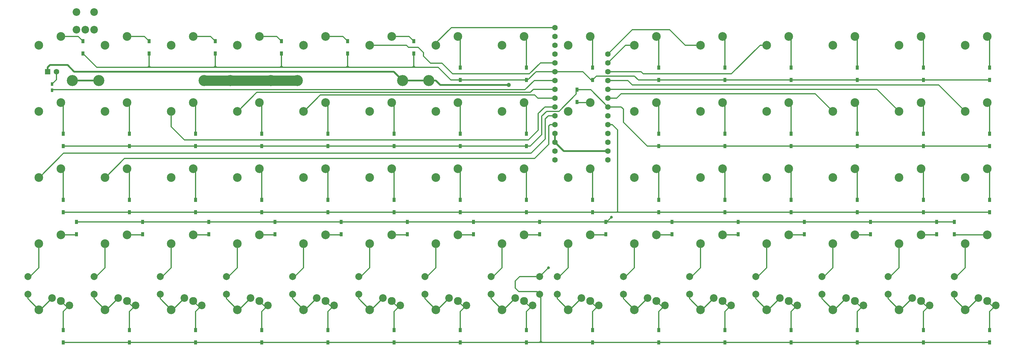
<source format=gbl>
G04 #@! TF.FileFunction,Copper,L2,Bot,Signal*
%FSLAX46Y46*%
G04 Gerber Fmt 4.6, Leading zero omitted, Abs format (unit mm)*
G04 Created by KiCad (PCBNEW 4.0.7) date 04/13/18 19:54:45*
%MOMM*%
%LPD*%
G01*
G04 APERTURE LIST*
%ADD10C,0.100000*%
%ADD11R,0.800000X1.000000*%
%ADD12C,2.000000*%
%ADD13C,2.200000*%
%ADD14C,2.500000*%
%ADD15R,1.600000X1.600000*%
%ADD16C,1.600000*%
%ADD17C,3.200000*%
%ADD18R,0.950000X1.300000*%
%ADD19C,2.300000*%
%ADD20C,1.200000*%
%ADD21C,0.800000*%
%ADD22C,0.500000*%
%ADD23C,3.000000*%
%ADD24C,0.300000*%
G04 APERTURE END LIST*
D10*
D11*
X76200000Y-104510000D03*
X76200000Y-106310000D03*
D12*
X69215000Y-160020000D03*
X69215000Y-165100000D03*
X145415000Y-160020000D03*
X145415000Y-165100000D03*
X240665000Y-160020000D03*
X240665000Y-165100000D03*
X335915000Y-160020000D03*
X335915000Y-165100000D03*
X216535000Y-160020000D03*
X216535000Y-165100000D03*
X88265000Y-160020000D03*
X88265000Y-165100000D03*
X107315000Y-160020000D03*
X107315000Y-165100000D03*
X126365000Y-160020000D03*
X126365000Y-165100000D03*
X164465000Y-160020000D03*
X164465000Y-165100000D03*
X183515000Y-160020000D03*
X183515000Y-165100000D03*
X202565000Y-160020000D03*
X202565000Y-165100000D03*
X221615000Y-160020000D03*
X221615000Y-165100000D03*
X259715000Y-160020000D03*
X259715000Y-165100000D03*
X278765000Y-160020000D03*
X278765000Y-165100000D03*
X297815000Y-160020000D03*
X297815000Y-165100000D03*
X316865000Y-160020000D03*
X316865000Y-165100000D03*
D13*
X85725000Y-88900000D03*
X88265000Y-88900000D03*
X83185000Y-88900000D03*
X88265000Y-83820000D03*
X83185000Y-83820000D03*
D14*
X345440000Y-128905000D03*
X339090000Y-131445000D03*
X326390000Y-109855000D03*
X320040000Y-112395000D03*
X231140000Y-128905000D03*
X224790000Y-131445000D03*
X231140000Y-90805000D03*
X224790000Y-93345000D03*
X97790000Y-147955000D03*
X91440000Y-150495000D03*
X173990000Y-147955000D03*
X167640000Y-150495000D03*
X326390000Y-147955000D03*
X320040000Y-150495000D03*
X345440000Y-147955000D03*
X339090000Y-150495000D03*
X78740000Y-109855000D03*
X72390000Y-112395000D03*
X78740000Y-128905000D03*
X72390000Y-131445000D03*
X78740000Y-147955000D03*
X72390000Y-150495000D03*
X97790000Y-90805000D03*
X91440000Y-93345000D03*
X97790000Y-109855000D03*
X91440000Y-112395000D03*
X97790000Y-128905000D03*
X91440000Y-131445000D03*
X116840000Y-90805000D03*
X110490000Y-93345000D03*
X116840000Y-109855000D03*
X110490000Y-112395000D03*
X116840000Y-128905000D03*
X110490000Y-131445000D03*
X116840000Y-147955000D03*
X110490000Y-150495000D03*
X135890000Y-90805000D03*
X129540000Y-93345000D03*
X135890000Y-128905000D03*
X129540000Y-131445000D03*
X135890000Y-147955000D03*
X129540000Y-150495000D03*
X154940000Y-90805000D03*
X148590000Y-93345000D03*
X154940000Y-128905000D03*
X148590000Y-131445000D03*
X154940000Y-147955000D03*
X148590000Y-150495000D03*
X173990000Y-128905000D03*
X167640000Y-131445000D03*
X193040000Y-109855000D03*
X186690000Y-112395000D03*
X193040000Y-128905000D03*
X186690000Y-131445000D03*
X193040000Y-147955000D03*
X186690000Y-150495000D03*
X212090000Y-109855000D03*
X205740000Y-112395000D03*
X212090000Y-128905000D03*
X205740000Y-131445000D03*
X212090000Y-147955000D03*
X205740000Y-150495000D03*
X231140000Y-147955000D03*
X224790000Y-150495000D03*
X250190000Y-90805000D03*
X243840000Y-93345000D03*
X250190000Y-109855000D03*
X243840000Y-112395000D03*
X250190000Y-128905000D03*
X243840000Y-131445000D03*
X250190000Y-147955000D03*
X243840000Y-150495000D03*
X269240000Y-90805000D03*
X262890000Y-93345000D03*
X269240000Y-109855000D03*
X262890000Y-112395000D03*
X269240000Y-128905000D03*
X262890000Y-131445000D03*
X269240000Y-147955000D03*
X262890000Y-150495000D03*
X288290000Y-90805000D03*
X281940000Y-93345000D03*
X288290000Y-109855000D03*
X281940000Y-112395000D03*
X288290000Y-128905000D03*
X281940000Y-131445000D03*
X288290000Y-147955000D03*
X281940000Y-150495000D03*
X307340000Y-90805000D03*
X300990000Y-93345000D03*
X307340000Y-109855000D03*
X300990000Y-112395000D03*
X307340000Y-128905000D03*
X300990000Y-131445000D03*
X307340000Y-147955000D03*
X300990000Y-150495000D03*
X326390000Y-90805000D03*
X320040000Y-93345000D03*
X326390000Y-128905000D03*
X320040000Y-131445000D03*
X345440000Y-90805000D03*
X339090000Y-93345000D03*
X345440000Y-109855000D03*
X339090000Y-112395000D03*
X231140000Y-109855000D03*
X224790000Y-112395000D03*
X193040000Y-90805000D03*
X186690000Y-93345000D03*
X212090000Y-90805000D03*
X205740000Y-93345000D03*
X135890000Y-109855000D03*
X129540000Y-112395000D03*
X173990000Y-109855000D03*
X167640000Y-112395000D03*
X173990000Y-90805000D03*
X167640000Y-93345000D03*
X154940000Y-109855000D03*
X148590000Y-112395000D03*
X78740000Y-90805000D03*
X72390000Y-93345000D03*
D15*
X74930000Y-100965000D03*
D16*
X77470000Y-100965000D03*
D17*
X139175000Y-103505000D03*
X146775000Y-103505000D03*
X184675000Y-103505000D03*
X177075000Y-103505000D03*
X82025000Y-103505000D03*
X89625000Y-103505000D03*
X127525000Y-103505000D03*
X119925000Y-103505000D03*
D16*
X236220000Y-95885000D03*
X236220000Y-98425000D03*
X236220000Y-100965000D03*
X236220000Y-103505000D03*
X236220000Y-106045000D03*
X236220000Y-108585000D03*
X236220000Y-111125000D03*
X236220000Y-113665000D03*
X236220000Y-116205000D03*
X236220000Y-118745000D03*
X236220000Y-121285000D03*
X236220000Y-123825000D03*
X236220000Y-126365000D03*
X220980000Y-126365000D03*
X220980000Y-123825000D03*
X220980000Y-121285000D03*
X220980000Y-118745000D03*
X220980000Y-116205000D03*
X220980000Y-113665000D03*
X220980000Y-111125000D03*
X220980000Y-108585000D03*
X220980000Y-106045000D03*
X220980000Y-103505000D03*
X220980000Y-100965000D03*
X220980000Y-98425000D03*
X220980000Y-95885000D03*
X220980000Y-93345000D03*
X220980000Y-90805000D03*
X220980000Y-88265000D03*
D18*
X346075000Y-178940000D03*
X346075000Y-175390000D03*
X335915000Y-144275000D03*
X335915000Y-147825000D03*
X346075000Y-141475000D03*
X346075000Y-137925000D03*
X346075000Y-122425000D03*
X346075000Y-118875000D03*
X346075000Y-103375000D03*
X346075000Y-99825000D03*
X327025000Y-178940000D03*
X327025000Y-175390000D03*
X330835000Y-144275000D03*
X330835000Y-147825000D03*
X327025000Y-141475000D03*
X327025000Y-137925000D03*
X327025000Y-122425000D03*
X327025000Y-118875000D03*
X327025000Y-103375000D03*
X327025000Y-99825000D03*
X307975000Y-178940000D03*
X307975000Y-175390000D03*
X311785000Y-144275000D03*
X311785000Y-147825000D03*
X307975000Y-141475000D03*
X307975000Y-137925000D03*
X307975000Y-122425000D03*
X307975000Y-118875000D03*
X307975000Y-103375000D03*
X307975000Y-99825000D03*
X288925000Y-178940000D03*
X288925000Y-175390000D03*
X292735000Y-144275000D03*
X292735000Y-147825000D03*
X288925000Y-141475000D03*
X288925000Y-137925000D03*
X288925000Y-122425000D03*
X288925000Y-118875000D03*
X288925000Y-103375000D03*
X288925000Y-99825000D03*
X269875000Y-178940000D03*
X269875000Y-175390000D03*
X273685000Y-144275000D03*
X273685000Y-147825000D03*
X269875000Y-141475000D03*
X269875000Y-137925000D03*
X269875000Y-122425000D03*
X269875000Y-118875000D03*
X269875000Y-103375000D03*
X269875000Y-99825000D03*
X250825000Y-178940000D03*
X250825000Y-175390000D03*
X254635000Y-144275000D03*
X254635000Y-147825000D03*
X250825000Y-141475000D03*
X250825000Y-137925000D03*
X250825000Y-122425000D03*
X250825000Y-118875000D03*
X250825000Y-103375000D03*
X250825000Y-99825000D03*
X231775000Y-178940000D03*
X231775000Y-175390000D03*
X235585000Y-144275000D03*
X235585000Y-147825000D03*
X231775000Y-141475000D03*
X231775000Y-137925000D03*
X231775000Y-103375000D03*
X231775000Y-99825000D03*
X212725000Y-178940000D03*
X212725000Y-175390000D03*
X216535000Y-144275000D03*
X216535000Y-147825000D03*
X212725000Y-141475000D03*
X212725000Y-137925000D03*
X212725000Y-122425000D03*
X212725000Y-118875000D03*
X212725000Y-103375000D03*
X212725000Y-99825000D03*
X193675000Y-178940000D03*
X193675000Y-175390000D03*
X197485000Y-144275000D03*
X197485000Y-147825000D03*
X193675000Y-141475000D03*
X193675000Y-137925000D03*
X193675000Y-122425000D03*
X193675000Y-118875000D03*
X193675000Y-103375000D03*
X193675000Y-99825000D03*
X174625000Y-178940000D03*
X174625000Y-175390000D03*
X178435000Y-144275000D03*
X178435000Y-147825000D03*
X174625000Y-141475000D03*
X174625000Y-137925000D03*
X174625000Y-122425000D03*
X174625000Y-118875000D03*
X180340000Y-95755000D03*
X180340000Y-92205000D03*
X155575000Y-178940000D03*
X155575000Y-175390000D03*
X159385000Y-144275000D03*
X159385000Y-147825000D03*
X155575000Y-141475000D03*
X155575000Y-137925000D03*
X155575000Y-122425000D03*
X155575000Y-118875000D03*
X161290000Y-95755000D03*
X161290000Y-92205000D03*
X136525000Y-178940000D03*
X136525000Y-175390000D03*
X140335000Y-144275000D03*
X140335000Y-147825000D03*
X136525000Y-141475000D03*
X136525000Y-137925000D03*
X136525000Y-122425000D03*
X136525000Y-118875000D03*
X142240000Y-95755000D03*
X142240000Y-92205000D03*
X117475000Y-178940000D03*
X117475000Y-175390000D03*
X121285000Y-144275000D03*
X121285000Y-147825000D03*
X117475000Y-141475000D03*
X117475000Y-137925000D03*
X117475000Y-122425000D03*
X117475000Y-118875000D03*
X123190000Y-95755000D03*
X123190000Y-92205000D03*
X98425000Y-178940000D03*
X98425000Y-175390000D03*
X102235000Y-144275000D03*
X102235000Y-147825000D03*
X98425000Y-141475000D03*
X98425000Y-137925000D03*
X98425000Y-122425000D03*
X98425000Y-118875000D03*
X104140000Y-95755000D03*
X104140000Y-92205000D03*
X79375000Y-178940000D03*
X79375000Y-175390000D03*
X83185000Y-144275000D03*
X83185000Y-147825000D03*
X79375000Y-141475000D03*
X79375000Y-137925000D03*
X79375000Y-122425000D03*
X79375000Y-118875000D03*
X85090000Y-95755000D03*
X85090000Y-92205000D03*
X227330000Y-106175000D03*
X227330000Y-109725000D03*
D19*
X212090000Y-167005000D03*
D14*
X205740000Y-169545000D03*
D13*
X209550000Y-166185000D03*
X214550000Y-168285000D03*
D19*
X78740000Y-167005000D03*
D14*
X72390000Y-169545000D03*
D13*
X76200000Y-166185000D03*
X81200000Y-168285000D03*
D19*
X326390000Y-167005000D03*
D14*
X320040000Y-169545000D03*
D13*
X323850000Y-166185000D03*
X328850000Y-168285000D03*
D19*
X307340000Y-167005000D03*
D14*
X300990000Y-169545000D03*
D13*
X304800000Y-166185000D03*
X309800000Y-168285000D03*
D19*
X269240000Y-167005000D03*
D14*
X262890000Y-169545000D03*
D13*
X266700000Y-166185000D03*
X271700000Y-168285000D03*
D19*
X231140000Y-167005000D03*
D14*
X224790000Y-169545000D03*
D13*
X228600000Y-166185000D03*
X233600000Y-168285000D03*
D19*
X193040000Y-167005000D03*
D14*
X186690000Y-169545000D03*
D13*
X190500000Y-166185000D03*
X195500000Y-168285000D03*
D19*
X173990000Y-167005000D03*
D14*
X167640000Y-169545000D03*
D13*
X171450000Y-166185000D03*
X176450000Y-168285000D03*
D19*
X154940000Y-167005000D03*
D14*
X148590000Y-169545000D03*
D13*
X152400000Y-166185000D03*
X157400000Y-168285000D03*
D19*
X135890000Y-167005000D03*
D14*
X129540000Y-169545000D03*
D13*
X133350000Y-166185000D03*
X138350000Y-168285000D03*
D19*
X116840000Y-167005000D03*
D14*
X110490000Y-169545000D03*
D13*
X114300000Y-166185000D03*
X119300000Y-168285000D03*
D19*
X97790000Y-167005000D03*
D14*
X91440000Y-169545000D03*
D13*
X95250000Y-166185000D03*
X100250000Y-168285000D03*
D19*
X345440000Y-167005000D03*
D14*
X339090000Y-169545000D03*
D13*
X342900000Y-166185000D03*
X347900000Y-168285000D03*
D19*
X250190000Y-167005000D03*
D14*
X243840000Y-169545000D03*
D13*
X247650000Y-166185000D03*
X252650000Y-168285000D03*
D19*
X288290000Y-167005000D03*
D14*
X281940000Y-169545000D03*
D13*
X285750000Y-166185000D03*
X290750000Y-168285000D03*
D20*
X207645000Y-104775000D03*
D21*
X237236000Y-142875000D03*
X219075000Y-157480000D03*
D22*
X89625000Y-103505000D02*
X82025000Y-103505000D01*
D23*
X146775000Y-103505000D02*
X139175000Y-103505000D01*
X119925000Y-103505000D02*
X127525000Y-103505000D01*
X139175000Y-103505000D02*
X127525000Y-103505000D01*
D22*
X74930000Y-100965000D02*
X74930000Y-99695000D01*
X174535000Y-100965000D02*
X177075000Y-103505000D01*
X82550000Y-100965000D02*
X174535000Y-100965000D01*
X80645000Y-99060000D02*
X82550000Y-100965000D01*
X75565000Y-99060000D02*
X80645000Y-99060000D01*
X74930000Y-99695000D02*
X75565000Y-99060000D01*
X186690000Y-103505000D02*
X184675000Y-103505000D01*
X187960000Y-104775000D02*
X186690000Y-103505000D01*
X207645000Y-104775000D02*
X187960000Y-104775000D01*
X220980000Y-121285000D02*
X220980000Y-118745000D01*
X236220000Y-123825000D02*
X223520000Y-123825000D01*
X223520000Y-123825000D02*
X220980000Y-121285000D01*
X184675000Y-103505000D02*
X177075000Y-103505000D01*
D24*
X104648000Y-99695000D02*
X104140000Y-99695000D01*
X122682000Y-99695000D02*
X104648000Y-99695000D01*
X104521000Y-99695000D02*
X104140000Y-99314000D01*
X104648000Y-99695000D02*
X104521000Y-99695000D01*
X103632000Y-99695000D02*
X89030000Y-99695000D01*
X104140000Y-99695000D02*
X103632000Y-99695000D01*
X104140000Y-95755000D02*
X104140000Y-99314000D01*
X103632000Y-99695000D02*
X103759000Y-99695000D01*
X104140000Y-99314000D02*
X104140000Y-99695000D01*
X103759000Y-99695000D02*
X104140000Y-99314000D01*
X123698000Y-99695000D02*
X123190000Y-99695000D01*
X123571000Y-99695000D02*
X123190000Y-99314000D01*
X141732000Y-99695000D02*
X123698000Y-99695000D01*
X123698000Y-99695000D02*
X123571000Y-99695000D01*
X123190000Y-99695000D02*
X122682000Y-99695000D01*
X123190000Y-95755000D02*
X123190000Y-99314000D01*
X123190000Y-99314000D02*
X123190000Y-99695000D01*
X122682000Y-99695000D02*
X122809000Y-99695000D01*
X122809000Y-99695000D02*
X123190000Y-99314000D01*
X142748000Y-99695000D02*
X142240000Y-99695000D01*
X160782000Y-99695000D02*
X142748000Y-99695000D01*
X142748000Y-99695000D02*
X142621000Y-99695000D01*
X142621000Y-99695000D02*
X142240000Y-99314000D01*
X142240000Y-99695000D02*
X141732000Y-99695000D01*
X142240000Y-95755000D02*
X142240000Y-99314000D01*
X142240000Y-99314000D02*
X142240000Y-99695000D01*
X141732000Y-99695000D02*
X141859000Y-99695000D01*
X141859000Y-99695000D02*
X142240000Y-99314000D01*
X161798000Y-99695000D02*
X161290000Y-99695000D01*
X179832000Y-99695000D02*
X161798000Y-99695000D01*
X161798000Y-99695000D02*
X161671000Y-99695000D01*
X161671000Y-99695000D02*
X161290000Y-99314000D01*
X161290000Y-95755000D02*
X161290000Y-99314000D01*
X161290000Y-99695000D02*
X160782000Y-99695000D01*
X161290000Y-99314000D02*
X161290000Y-99695000D01*
X160782000Y-99695000D02*
X160909000Y-99695000D01*
X160909000Y-99695000D02*
X161290000Y-99314000D01*
X180848000Y-99695000D02*
X180340000Y-99695000D01*
X187325000Y-99695000D02*
X180848000Y-99695000D01*
X180848000Y-99695000D02*
X180721000Y-99695000D01*
X180721000Y-99695000D02*
X180340000Y-99314000D01*
X180340000Y-99695000D02*
X179832000Y-99695000D01*
X180340000Y-99314000D02*
X180340000Y-99695000D01*
X180340000Y-95755000D02*
X180340000Y-99314000D01*
X179832000Y-99695000D02*
X179959000Y-99695000D01*
X179959000Y-99695000D02*
X180340000Y-99314000D01*
X220980000Y-100965000D02*
X215519000Y-100965000D01*
X215519000Y-100965000D02*
X213109000Y-103375000D01*
X213109000Y-103375000D02*
X212725000Y-103375000D01*
X231775000Y-103375000D02*
X231391000Y-103375000D01*
X231391000Y-103375000D02*
X228981000Y-100965000D01*
X228981000Y-100965000D02*
X220980000Y-100965000D01*
X250825000Y-103375000D02*
X244980000Y-103375000D01*
X232915000Y-102235000D02*
X231775000Y-103375000D01*
X243840000Y-102235000D02*
X232915000Y-102235000D01*
X244980000Y-103375000D02*
X243840000Y-102235000D01*
X193675000Y-103375000D02*
X191005000Y-103375000D01*
X89030000Y-99695000D02*
X85090000Y-95755000D01*
X191005000Y-103375000D02*
X187325000Y-99695000D01*
X212725000Y-103375000D02*
X193675000Y-103375000D01*
X269875000Y-103375000D02*
X250825000Y-103375000D01*
X288925000Y-103375000D02*
X269875000Y-103375000D01*
X307975000Y-103375000D02*
X288925000Y-103375000D01*
X327025000Y-103375000D02*
X307975000Y-103375000D01*
X346075000Y-103375000D02*
X327025000Y-103375000D01*
X78740000Y-90805000D02*
X83690000Y-90805000D01*
X83690000Y-90805000D02*
X85090000Y-92205000D01*
X222123000Y-112395000D02*
X227076000Y-107442000D01*
X217170000Y-119126000D02*
X213871000Y-122425000D01*
X218567000Y-112395000D02*
X217170000Y-113792000D01*
X212725000Y-122425000D02*
X213871000Y-122425000D01*
X222123000Y-112395000D02*
X218567000Y-112395000D01*
X217170000Y-113792000D02*
X217170000Y-119126000D01*
X227076000Y-107442000D02*
X227076000Y-106429000D01*
X227076000Y-106429000D02*
X227330000Y-106175000D01*
X227330000Y-106175000D02*
X231270000Y-106175000D01*
X231270000Y-106175000D02*
X236220000Y-111125000D01*
X250825000Y-122425000D02*
X247520000Y-122425000D01*
X240030000Y-111125000D02*
X236220000Y-111125000D01*
X240665000Y-111760000D02*
X240030000Y-111125000D01*
X240665000Y-115570000D02*
X240665000Y-111760000D01*
X247520000Y-122425000D02*
X240665000Y-115570000D01*
X193675000Y-122425000D02*
X212725000Y-122425000D01*
X174625000Y-122425000D02*
X193675000Y-122425000D01*
X155575000Y-122425000D02*
X174625000Y-122425000D01*
X136525000Y-122425000D02*
X155575000Y-122425000D01*
X117475000Y-122425000D02*
X136525000Y-122425000D01*
X98425000Y-122425000D02*
X117475000Y-122425000D01*
X79375000Y-122425000D02*
X98425000Y-122425000D01*
X269875000Y-122425000D02*
X250825000Y-122425000D01*
X288925000Y-122425000D02*
X269875000Y-122425000D01*
X307975000Y-122425000D02*
X288925000Y-122425000D01*
X327025000Y-122425000D02*
X307975000Y-122425000D01*
X346075000Y-122425000D02*
X327025000Y-122425000D01*
X79375000Y-118875000D02*
X79375000Y-110490000D01*
X79375000Y-110490000D02*
X78740000Y-109855000D01*
X239522000Y-141475000D02*
X239014000Y-141475000D01*
X250825000Y-141475000D02*
X239522000Y-141475000D01*
X239522000Y-141475000D02*
X239265000Y-141475000D01*
X239265000Y-141475000D02*
X239014000Y-141224000D01*
X238760000Y-141475000D02*
X231775000Y-141475000D01*
X239014000Y-141475000D02*
X238760000Y-141475000D01*
X239014000Y-117729000D02*
X239014000Y-141224000D01*
X239014000Y-141224000D02*
X239014000Y-141475000D01*
X238760000Y-141475000D02*
X238763000Y-141475000D01*
X238763000Y-141475000D02*
X239014000Y-141224000D01*
X236220000Y-116205000D02*
X237490000Y-116205000D01*
X237490000Y-116205000D02*
X239014000Y-117729000D01*
X231775000Y-141475000D02*
X212725000Y-141475000D01*
X193675000Y-141475000D02*
X212725000Y-141475000D01*
X174625000Y-141475000D02*
X193675000Y-141475000D01*
X155575000Y-141475000D02*
X174625000Y-141475000D01*
X136525000Y-141475000D02*
X155575000Y-141475000D01*
X117475000Y-141475000D02*
X136525000Y-141475000D01*
X98425000Y-141475000D02*
X117475000Y-141475000D01*
X79375000Y-141475000D02*
X98425000Y-141475000D01*
X269875000Y-141475000D02*
X250825000Y-141475000D01*
X288925000Y-141475000D02*
X269875000Y-141475000D01*
X307975000Y-141475000D02*
X288925000Y-141475000D01*
X327025000Y-141475000D02*
X307975000Y-141475000D01*
X346075000Y-141475000D02*
X327025000Y-141475000D01*
X79375000Y-137925000D02*
X79375000Y-129540000D01*
X79375000Y-129540000D02*
X78740000Y-128905000D01*
X235836000Y-144275000D02*
X235585000Y-144275000D01*
X237236000Y-142875000D02*
X235836000Y-144275000D01*
X235585000Y-144275000D02*
X216535000Y-144275000D01*
X254635000Y-144275000D02*
X235585000Y-144275000D01*
X197485000Y-144275000D02*
X216535000Y-144275000D01*
X178435000Y-144275000D02*
X197485000Y-144275000D01*
X159385000Y-144275000D02*
X178435000Y-144275000D01*
X140335000Y-144275000D02*
X159385000Y-144275000D01*
X121285000Y-144275000D02*
X140335000Y-144275000D01*
X102235000Y-144275000D02*
X121285000Y-144275000D01*
X83185000Y-144275000D02*
X102235000Y-144275000D01*
X273685000Y-144275000D02*
X254635000Y-144275000D01*
X292735000Y-144275000D02*
X273685000Y-144275000D01*
X311785000Y-144275000D02*
X292735000Y-144275000D01*
X330835000Y-144275000D02*
X311785000Y-144275000D01*
X335915000Y-144275000D02*
X330835000Y-144275000D01*
X78740000Y-147955000D02*
X83055000Y-147955000D01*
X83055000Y-147955000D02*
X83185000Y-147825000D01*
X216535000Y-160020000D02*
X210820000Y-160020000D01*
X215773000Y-164338000D02*
X216535000Y-165100000D01*
X210566000Y-164338000D02*
X215773000Y-164338000D01*
X209550000Y-163322000D02*
X210566000Y-164338000D01*
X209550000Y-161290000D02*
X209550000Y-163322000D01*
X210820000Y-160020000D02*
X209550000Y-161290000D01*
X216535000Y-160020000D02*
X219075000Y-157480000D01*
X216916000Y-178562000D02*
X217294000Y-178940000D01*
X216916000Y-178562000D02*
X216538000Y-178940000D01*
X216535000Y-165100000D02*
X216535000Y-165735000D01*
X216535000Y-165735000D02*
X216916000Y-166116000D01*
X216916000Y-166116000D02*
X216916000Y-178562000D01*
X216916000Y-178562000D02*
X216916000Y-178940000D01*
X231775000Y-178940000D02*
X217294000Y-178940000D01*
X217294000Y-178940000D02*
X216916000Y-178940000D01*
X216916000Y-178940000D02*
X216538000Y-178940000D01*
X216538000Y-178940000D02*
X212725000Y-178940000D01*
X193675000Y-178940000D02*
X212725000Y-178940000D01*
X174625000Y-178940000D02*
X193675000Y-178940000D01*
X155575000Y-178940000D02*
X174625000Y-178940000D01*
X136525000Y-178940000D02*
X155575000Y-178940000D01*
X117475000Y-178940000D02*
X136525000Y-178940000D01*
X98425000Y-178940000D02*
X117475000Y-178940000D01*
X79375000Y-178940000D02*
X98425000Y-178940000D01*
X250825000Y-178940000D02*
X231775000Y-178940000D01*
X269875000Y-178940000D02*
X250825000Y-178940000D01*
X288925000Y-178940000D02*
X269875000Y-178940000D01*
X307975000Y-178940000D02*
X288925000Y-178940000D01*
X327025000Y-178940000D02*
X307975000Y-178940000D01*
X346075000Y-178940000D02*
X327025000Y-178940000D01*
X81200000Y-168285000D02*
X80020000Y-168285000D01*
X80020000Y-168285000D02*
X78740000Y-167005000D01*
X79375000Y-175390000D02*
X79375000Y-170110000D01*
X79375000Y-170110000D02*
X81200000Y-168285000D01*
X97790000Y-90805000D02*
X102740000Y-90805000D01*
X102740000Y-90805000D02*
X104140000Y-92205000D01*
X98425000Y-118875000D02*
X98425000Y-110490000D01*
X98425000Y-110490000D02*
X97790000Y-109855000D01*
X98425000Y-137925000D02*
X98425000Y-129540000D01*
X98425000Y-129540000D02*
X97790000Y-128905000D01*
X97790000Y-147955000D02*
X102105000Y-147955000D01*
X102105000Y-147955000D02*
X102235000Y-147825000D01*
X100250000Y-168285000D02*
X99070000Y-168285000D01*
X99070000Y-168285000D02*
X97790000Y-167005000D01*
X98425000Y-175390000D02*
X98425000Y-170110000D01*
X98425000Y-170110000D02*
X100250000Y-168285000D01*
X116840000Y-90805000D02*
X121790000Y-90805000D01*
X121790000Y-90805000D02*
X123190000Y-92205000D01*
X117475000Y-118875000D02*
X117475000Y-110490000D01*
X117475000Y-110490000D02*
X116840000Y-109855000D01*
X117475000Y-137925000D02*
X117475000Y-129540000D01*
X117475000Y-129540000D02*
X116840000Y-128905000D01*
X116840000Y-147955000D02*
X121155000Y-147955000D01*
X121155000Y-147955000D02*
X121285000Y-147825000D01*
X119300000Y-168285000D02*
X118120000Y-168285000D01*
X118120000Y-168285000D02*
X116840000Y-167005000D01*
X117475000Y-175390000D02*
X117475000Y-170110000D01*
X117475000Y-170110000D02*
X119300000Y-168285000D01*
X135890000Y-90805000D02*
X140840000Y-90805000D01*
X140840000Y-90805000D02*
X142240000Y-92205000D01*
X136525000Y-118875000D02*
X136525000Y-110490000D01*
X136525000Y-110490000D02*
X135890000Y-109855000D01*
X136525000Y-137925000D02*
X136525000Y-129540000D01*
X136525000Y-129540000D02*
X135890000Y-128905000D01*
X135890000Y-147955000D02*
X140205000Y-147955000D01*
X140205000Y-147955000D02*
X140335000Y-147825000D01*
X138350000Y-168285000D02*
X137170000Y-168285000D01*
X137170000Y-168285000D02*
X135890000Y-167005000D01*
X136525000Y-175390000D02*
X136525000Y-170110000D01*
X136525000Y-170110000D02*
X138350000Y-168285000D01*
X154940000Y-90805000D02*
X159890000Y-90805000D01*
X159890000Y-90805000D02*
X161290000Y-92205000D01*
X155575000Y-118875000D02*
X155575000Y-110490000D01*
X155575000Y-110490000D02*
X154940000Y-109855000D01*
X155575000Y-137925000D02*
X155575000Y-129540000D01*
X155575000Y-129540000D02*
X154940000Y-128905000D01*
X154940000Y-147955000D02*
X159255000Y-147955000D01*
X159255000Y-147955000D02*
X159385000Y-147825000D01*
X157400000Y-168285000D02*
X156220000Y-168285000D01*
X156220000Y-168285000D02*
X154940000Y-167005000D01*
X155575000Y-175390000D02*
X155575000Y-170110000D01*
X155575000Y-170110000D02*
X157400000Y-168285000D01*
X173990000Y-90805000D02*
X178940000Y-90805000D01*
X178940000Y-90805000D02*
X180340000Y-92205000D01*
X174625000Y-118875000D02*
X174625000Y-110490000D01*
X174625000Y-110490000D02*
X173990000Y-109855000D01*
X174625000Y-137925000D02*
X174625000Y-129540000D01*
X174625000Y-129540000D02*
X173990000Y-128905000D01*
X173990000Y-147955000D02*
X178305000Y-147955000D01*
X178305000Y-147955000D02*
X178435000Y-147825000D01*
X176450000Y-168285000D02*
X175270000Y-168285000D01*
X175270000Y-168285000D02*
X173990000Y-167005000D01*
X174625000Y-175390000D02*
X174625000Y-170110000D01*
X174625000Y-170110000D02*
X176450000Y-168285000D01*
X193675000Y-99825000D02*
X193675000Y-91440000D01*
X193675000Y-91440000D02*
X193040000Y-90805000D01*
X193675000Y-118875000D02*
X193675000Y-110490000D01*
X193675000Y-110490000D02*
X193040000Y-109855000D01*
X193675000Y-137925000D02*
X193675000Y-129540000D01*
X193675000Y-129540000D02*
X193040000Y-128905000D01*
X193040000Y-147955000D02*
X197355000Y-147955000D01*
X197355000Y-147955000D02*
X197485000Y-147825000D01*
X195500000Y-168285000D02*
X194320000Y-168285000D01*
X194320000Y-168285000D02*
X193040000Y-167005000D01*
X193675000Y-175390000D02*
X193675000Y-170110000D01*
X193675000Y-170110000D02*
X195500000Y-168285000D01*
X212725000Y-99825000D02*
X212725000Y-91440000D01*
X212725000Y-91440000D02*
X212090000Y-90805000D01*
X212725000Y-118875000D02*
X212725000Y-110490000D01*
X212725000Y-110490000D02*
X212090000Y-109855000D01*
X212725000Y-137925000D02*
X212725000Y-129540000D01*
X212725000Y-129540000D02*
X212090000Y-128905000D01*
X212090000Y-147955000D02*
X216405000Y-147955000D01*
X216405000Y-147955000D02*
X216535000Y-147825000D01*
X214550000Y-168285000D02*
X213370000Y-168285000D01*
X213370000Y-168285000D02*
X212090000Y-167005000D01*
X212725000Y-175390000D02*
X212725000Y-170110000D01*
X212725000Y-170110000D02*
X214550000Y-168285000D01*
X231775000Y-99825000D02*
X231775000Y-91440000D01*
X231775000Y-91440000D02*
X231140000Y-90805000D01*
X231140000Y-109855000D02*
X227460000Y-109855000D01*
X227460000Y-109855000D02*
X227330000Y-109725000D01*
X231775000Y-137925000D02*
X231775000Y-129540000D01*
X231775000Y-129540000D02*
X231140000Y-128905000D01*
X231140000Y-147955000D02*
X235455000Y-147955000D01*
X235455000Y-147955000D02*
X235585000Y-147825000D01*
X233600000Y-168285000D02*
X232420000Y-168285000D01*
X232420000Y-168285000D02*
X231140000Y-167005000D01*
X231775000Y-175390000D02*
X231775000Y-170110000D01*
X231775000Y-170110000D02*
X233600000Y-168285000D01*
X250825000Y-99825000D02*
X250825000Y-91440000D01*
X250825000Y-91440000D02*
X250190000Y-90805000D01*
X250825000Y-118875000D02*
X250825000Y-110490000D01*
X250825000Y-110490000D02*
X250190000Y-109855000D01*
X250825000Y-137925000D02*
X250825000Y-129540000D01*
X250825000Y-129540000D02*
X250190000Y-128905000D01*
X250190000Y-147955000D02*
X254505000Y-147955000D01*
X254505000Y-147955000D02*
X254635000Y-147825000D01*
X252650000Y-168285000D02*
X251470000Y-168285000D01*
X251470000Y-168285000D02*
X250190000Y-167005000D01*
X250825000Y-175390000D02*
X250825000Y-170110000D01*
X250825000Y-170110000D02*
X252650000Y-168285000D01*
X269875000Y-99825000D02*
X269875000Y-91440000D01*
X269875000Y-91440000D02*
X269240000Y-90805000D01*
X269875000Y-118875000D02*
X269875000Y-110490000D01*
X269875000Y-110490000D02*
X269240000Y-109855000D01*
X269875000Y-137925000D02*
X269875000Y-129540000D01*
X269875000Y-129540000D02*
X269240000Y-128905000D01*
X269240000Y-147955000D02*
X273555000Y-147955000D01*
X273555000Y-147955000D02*
X273685000Y-147825000D01*
X271700000Y-168285000D02*
X270520000Y-168285000D01*
X270520000Y-168285000D02*
X269240000Y-167005000D01*
X269875000Y-175390000D02*
X269875000Y-170110000D01*
X269875000Y-170110000D02*
X271700000Y-168285000D01*
X288925000Y-99825000D02*
X288925000Y-91440000D01*
X288925000Y-91440000D02*
X288290000Y-90805000D01*
X288925000Y-118875000D02*
X288925000Y-110490000D01*
X288925000Y-110490000D02*
X288290000Y-109855000D01*
X288925000Y-137925000D02*
X288925000Y-129540000D01*
X288925000Y-129540000D02*
X288290000Y-128905000D01*
X288290000Y-147955000D02*
X292605000Y-147955000D01*
X292605000Y-147955000D02*
X292735000Y-147825000D01*
X290750000Y-168285000D02*
X289570000Y-168285000D01*
X289570000Y-168285000D02*
X288290000Y-167005000D01*
X288925000Y-175390000D02*
X288925000Y-170110000D01*
X288925000Y-170110000D02*
X290750000Y-168285000D01*
X307975000Y-99825000D02*
X307975000Y-91440000D01*
X307975000Y-91440000D02*
X307340000Y-90805000D01*
X307975000Y-118875000D02*
X307975000Y-110490000D01*
X307975000Y-110490000D02*
X307340000Y-109855000D01*
X307975000Y-137925000D02*
X307975000Y-129540000D01*
X307975000Y-129540000D02*
X307340000Y-128905000D01*
X307340000Y-147955000D02*
X311655000Y-147955000D01*
X311655000Y-147955000D02*
X311785000Y-147825000D01*
X309800000Y-168285000D02*
X308620000Y-168285000D01*
X308620000Y-168285000D02*
X307340000Y-167005000D01*
X307975000Y-175390000D02*
X307975000Y-170110000D01*
X307975000Y-170110000D02*
X309800000Y-168285000D01*
X327025000Y-99825000D02*
X327025000Y-91440000D01*
X327025000Y-91440000D02*
X326390000Y-90805000D01*
X327025000Y-118875000D02*
X327025000Y-110490000D01*
X327025000Y-110490000D02*
X326390000Y-109855000D01*
X327025000Y-137925000D02*
X327025000Y-129540000D01*
X327025000Y-129540000D02*
X326390000Y-128905000D01*
X326390000Y-147955000D02*
X330705000Y-147955000D01*
X330705000Y-147955000D02*
X330835000Y-147825000D01*
X328850000Y-168285000D02*
X327670000Y-168285000D01*
X327670000Y-168285000D02*
X326390000Y-167005000D01*
X327025000Y-175390000D02*
X327025000Y-170110000D01*
X327025000Y-170110000D02*
X328850000Y-168285000D01*
X346075000Y-99825000D02*
X346075000Y-91440000D01*
X346075000Y-91440000D02*
X345440000Y-90805000D01*
X346075000Y-118875000D02*
X346075000Y-110490000D01*
X346075000Y-110490000D02*
X345440000Y-109855000D01*
X346075000Y-137925000D02*
X346075000Y-129540000D01*
X346075000Y-129540000D02*
X345440000Y-128905000D01*
X345440000Y-147955000D02*
X336045000Y-147955000D01*
X336045000Y-147955000D02*
X335915000Y-147825000D01*
X347900000Y-168285000D02*
X346720000Y-168285000D01*
X346720000Y-168285000D02*
X345440000Y-167005000D01*
X346075000Y-175390000D02*
X346075000Y-170110000D01*
X346075000Y-170110000D02*
X347900000Y-168285000D01*
X69215000Y-165100000D02*
X69215000Y-166370000D01*
X69215000Y-166370000D02*
X72390000Y-169545000D01*
X72390000Y-169545000D02*
X72840000Y-169545000D01*
X72840000Y-169545000D02*
X76200000Y-166185000D01*
X72390000Y-131445000D02*
X72517000Y-131445000D01*
X72517000Y-131445000D02*
X79502000Y-124460000D01*
X79502000Y-124460000D02*
X214122000Y-124460000D01*
X219075000Y-113665000D02*
X220980000Y-113665000D01*
X214122000Y-124460000D02*
X218186000Y-120396000D01*
X218186000Y-120396000D02*
X218186000Y-114554000D01*
X218186000Y-114554000D02*
X219075000Y-113665000D01*
X69215000Y-160020000D02*
X69850000Y-160020000D01*
X69850000Y-160020000D02*
X72390000Y-157480000D01*
X72390000Y-157480000D02*
X72390000Y-150495000D01*
X88265000Y-165100000D02*
X88265000Y-166370000D01*
X88265000Y-166370000D02*
X91440000Y-169545000D01*
X91440000Y-169545000D02*
X91890000Y-169545000D01*
X91890000Y-169545000D02*
X95250000Y-166185000D01*
X91440000Y-131445000D02*
X91567000Y-131445000D01*
X91567000Y-131445000D02*
X97028000Y-125984000D01*
X97028000Y-125984000D02*
X215138000Y-125984000D01*
X215138000Y-125984000D02*
X219202000Y-121920000D01*
X219202000Y-121920000D02*
X219202000Y-116586000D01*
X219583000Y-116205000D02*
X220980000Y-116205000D01*
X219202000Y-116586000D02*
X219583000Y-116205000D01*
X88265000Y-160020000D02*
X88900000Y-160020000D01*
X88900000Y-160020000D02*
X91440000Y-157480000D01*
X91440000Y-157480000D02*
X91440000Y-150495000D01*
X107315000Y-165100000D02*
X107315000Y-166370000D01*
X107315000Y-166370000D02*
X110490000Y-169545000D01*
X110490000Y-169545000D02*
X110940000Y-169545000D01*
X110940000Y-169545000D02*
X114300000Y-166185000D01*
X110490000Y-112395000D02*
X110490000Y-116840000D01*
X110490000Y-116840000D02*
X114300000Y-120650000D01*
X114300000Y-120650000D02*
X213360000Y-120650000D01*
X213360000Y-120650000D02*
X216154000Y-117856000D01*
X216154000Y-117856000D02*
X216154000Y-113030000D01*
X216154000Y-113030000D02*
X218059000Y-111125000D01*
X218059000Y-111125000D02*
X220980000Y-111125000D01*
X107315000Y-160020000D02*
X107950000Y-160020000D01*
X107950000Y-160020000D02*
X110490000Y-157480000D01*
X110490000Y-157480000D02*
X110490000Y-150495000D01*
X126365000Y-165100000D02*
X126365000Y-166370000D01*
X126365000Y-166370000D02*
X129540000Y-169545000D01*
X129540000Y-169545000D02*
X129990000Y-169545000D01*
X129990000Y-169545000D02*
X133350000Y-166185000D01*
X129540000Y-112395000D02*
X129667000Y-112395000D01*
X129667000Y-112395000D02*
X135128000Y-106934000D01*
X135128000Y-106934000D02*
X213868000Y-106934000D01*
X213868000Y-106934000D02*
X214757000Y-106045000D01*
X214757000Y-106045000D02*
X220980000Y-106045000D01*
X126365000Y-160020000D02*
X127000000Y-160020000D01*
X127000000Y-160020000D02*
X129540000Y-157480000D01*
X129540000Y-157480000D02*
X129540000Y-150495000D01*
X145415000Y-165100000D02*
X145415000Y-166370000D01*
X145415000Y-166370000D02*
X148590000Y-169545000D01*
X148590000Y-169545000D02*
X149040000Y-169545000D01*
X149040000Y-169545000D02*
X152400000Y-166185000D01*
X148590000Y-112395000D02*
X148717000Y-112395000D01*
X148717000Y-112395000D02*
X153416000Y-107696000D01*
X216027000Y-108585000D02*
X220980000Y-108585000D01*
X215138000Y-107696000D02*
X216027000Y-108585000D01*
X153416000Y-107696000D02*
X215138000Y-107696000D01*
X145415000Y-160020000D02*
X146050000Y-160020000D01*
X146050000Y-160020000D02*
X148590000Y-157480000D01*
X148590000Y-157480000D02*
X148590000Y-150495000D01*
X164465000Y-165100000D02*
X164465000Y-166370000D01*
X164465000Y-166370000D02*
X167640000Y-169545000D01*
X167640000Y-169545000D02*
X168090000Y-169545000D01*
X168090000Y-169545000D02*
X171450000Y-166185000D01*
X167640000Y-93345000D02*
X178181000Y-93345000D01*
X216789000Y-98425000D02*
X220980000Y-98425000D01*
X213614000Y-101600000D02*
X216789000Y-98425000D01*
X191516000Y-101600000D02*
X213614000Y-101600000D01*
X188468000Y-98552000D02*
X191516000Y-101600000D01*
X185166000Y-98552000D02*
X188468000Y-98552000D01*
X183134000Y-96520000D02*
X185166000Y-98552000D01*
X183134000Y-95504000D02*
X183134000Y-96520000D01*
X181610000Y-93980000D02*
X183134000Y-95504000D01*
X178816000Y-93980000D02*
X181610000Y-93980000D01*
X178181000Y-93345000D02*
X178816000Y-93980000D01*
X164465000Y-160020000D02*
X165100000Y-160020000D01*
X165100000Y-160020000D02*
X167640000Y-157480000D01*
X167640000Y-157480000D02*
X167640000Y-150495000D01*
X183515000Y-165100000D02*
X183515000Y-166370000D01*
X183515000Y-166370000D02*
X186690000Y-169545000D01*
X186690000Y-169545000D02*
X187140000Y-169545000D01*
X187140000Y-169545000D02*
X190500000Y-166185000D01*
X191135000Y-88265000D02*
X220980000Y-88265000D01*
X186690000Y-92710000D02*
X191135000Y-88265000D01*
X186690000Y-93345000D02*
X186690000Y-92710000D01*
X183515000Y-160020000D02*
X184150000Y-160020000D01*
X184150000Y-160020000D02*
X186690000Y-157480000D01*
X186690000Y-157480000D02*
X186690000Y-150495000D01*
X202565000Y-165100000D02*
X202565000Y-166370000D01*
X202565000Y-166370000D02*
X205740000Y-169545000D01*
X205740000Y-169545000D02*
X206190000Y-169545000D01*
X206190000Y-169545000D02*
X209550000Y-166185000D01*
X202565000Y-160020000D02*
X203200000Y-160020000D01*
X203200000Y-160020000D02*
X205740000Y-157480000D01*
X205740000Y-157480000D02*
X205740000Y-150495000D01*
X221615000Y-165100000D02*
X221615000Y-166370000D01*
X221615000Y-166370000D02*
X224790000Y-169545000D01*
X224790000Y-169545000D02*
X225240000Y-169545000D01*
X225240000Y-169545000D02*
X228600000Y-166185000D01*
X221615000Y-160020000D02*
X222250000Y-160020000D01*
X222250000Y-160020000D02*
X224790000Y-157480000D01*
X224790000Y-157480000D02*
X224790000Y-150495000D01*
X240665000Y-165100000D02*
X240665000Y-166370000D01*
X240665000Y-166370000D02*
X243840000Y-169545000D01*
X243840000Y-169545000D02*
X244290000Y-169545000D01*
X244290000Y-169545000D02*
X247650000Y-166185000D01*
X243840000Y-93345000D02*
X241300000Y-93345000D01*
X241300000Y-93345000D02*
X236220000Y-98425000D01*
X240665000Y-160020000D02*
X241300000Y-160020000D01*
X241300000Y-160020000D02*
X243840000Y-157480000D01*
X243840000Y-157480000D02*
X243840000Y-150495000D01*
X259715000Y-165100000D02*
X259715000Y-166370000D01*
X259715000Y-166370000D02*
X262890000Y-169545000D01*
X262890000Y-169545000D02*
X263340000Y-169545000D01*
X263340000Y-169545000D02*
X266700000Y-166185000D01*
X262890000Y-93345000D02*
X258445000Y-93345000D01*
X243205000Y-88900000D02*
X236220000Y-95885000D01*
X254000000Y-88900000D02*
X243205000Y-88900000D01*
X258445000Y-93345000D02*
X254000000Y-88900000D01*
X259715000Y-160020000D02*
X260350000Y-160020000D01*
X260350000Y-160020000D02*
X262890000Y-157480000D01*
X262890000Y-157480000D02*
X262890000Y-150495000D01*
X278765000Y-165100000D02*
X278765000Y-166370000D01*
X278765000Y-166370000D02*
X281940000Y-169545000D01*
X281940000Y-169545000D02*
X282390000Y-169545000D01*
X282390000Y-169545000D02*
X285750000Y-166185000D01*
X236220000Y-100965000D02*
X245745000Y-100965000D01*
X280035000Y-93345000D02*
X281940000Y-93345000D01*
X271780000Y-101600000D02*
X280035000Y-93345000D01*
X246380000Y-101600000D02*
X271780000Y-101600000D01*
X245745000Y-100965000D02*
X246380000Y-101600000D01*
X278765000Y-160020000D02*
X279400000Y-160020000D01*
X279400000Y-160020000D02*
X281940000Y-157480000D01*
X281940000Y-157480000D02*
X281940000Y-150495000D01*
X297815000Y-165100000D02*
X297815000Y-166370000D01*
X297815000Y-166370000D02*
X300990000Y-169545000D01*
X300990000Y-169545000D02*
X301440000Y-169545000D01*
X301440000Y-169545000D02*
X304800000Y-166185000D01*
X300990000Y-112395000D02*
X295910000Y-107315000D01*
X238760000Y-108585000D02*
X236220000Y-108585000D01*
X240030000Y-107315000D02*
X238760000Y-108585000D01*
X295910000Y-107315000D02*
X240030000Y-107315000D01*
X297815000Y-160020000D02*
X298450000Y-160020000D01*
X298450000Y-160020000D02*
X300990000Y-157480000D01*
X300990000Y-157480000D02*
X300990000Y-150495000D01*
X316865000Y-165100000D02*
X316865000Y-166370000D01*
X316865000Y-166370000D02*
X320040000Y-169545000D01*
X320040000Y-169545000D02*
X320490000Y-169545000D01*
X320490000Y-169545000D02*
X323850000Y-166185000D01*
X320040000Y-112395000D02*
X313690000Y-106045000D01*
X313690000Y-106045000D02*
X236220000Y-106045000D01*
X316865000Y-160020000D02*
X317500000Y-160020000D01*
X317500000Y-160020000D02*
X320040000Y-157480000D01*
X320040000Y-157480000D02*
X320040000Y-150495000D01*
X339090000Y-169545000D02*
X339540000Y-169545000D01*
X339540000Y-169545000D02*
X342900000Y-166185000D01*
X335915000Y-165100000D02*
X335915000Y-166370000D01*
X335915000Y-166370000D02*
X339090000Y-169545000D01*
X339090000Y-112395000D02*
X331470000Y-104775000D01*
X241935000Y-103505000D02*
X236220000Y-103505000D01*
X243205000Y-104775000D02*
X241935000Y-103505000D01*
X331470000Y-104775000D02*
X243205000Y-104775000D01*
X335915000Y-160020000D02*
X336550000Y-160020000D01*
X336550000Y-160020000D02*
X339090000Y-157480000D01*
X339090000Y-157480000D02*
X339090000Y-150495000D01*
X77470000Y-100965000D02*
X77470000Y-103240000D01*
X77470000Y-103240000D02*
X76200000Y-104510000D01*
X76200000Y-106310000D02*
X76338000Y-106172000D01*
X76338000Y-106172000D02*
X212344000Y-106172000D01*
X212344000Y-106172000D02*
X215011000Y-103505000D01*
X215011000Y-103505000D02*
X220980000Y-103505000D01*
M02*

</source>
